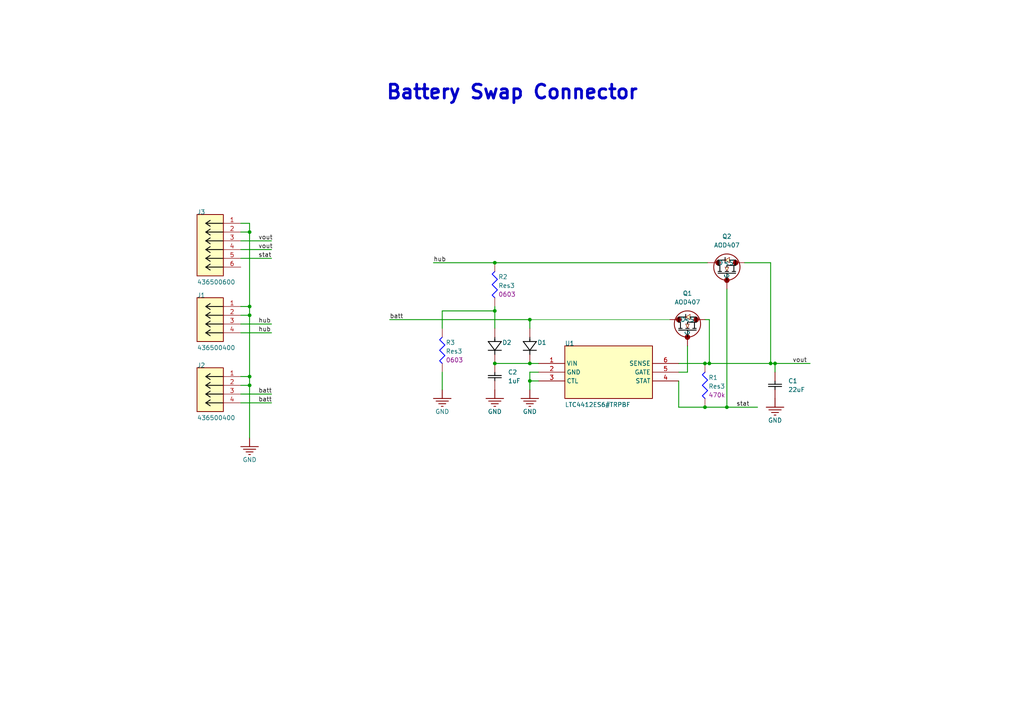
<source format=kicad_sch>
(kicad_sch (version 20230121) (generator eeschema)
  (paper "A4")
  (lib_symbols
    (symbol "batt_swap-altium-import:GND" (power)
      (property "Reference" "#PWR" (at 0 0 0))
      (property "Value" "GND" (at 0 6.35 0))
      (symbol "GND_0_0"
        (polyline (pts (xy -2.54 -2.54) (xy 2.54 -2.54)) (stroke (width 0.254)))
        (polyline (pts (xy -1.778 -3.302) (xy 1.778 -3.302)) (stroke (width 0.254)))
        (polyline (pts (xy -1.016 -4.064) (xy 1.016 -4.064)) (stroke (width 0.254)))
        (polyline (pts (xy -0.254 -4.826) (xy 0.254 -4.826)) (stroke (width 0.254)))
        (polyline (pts (xy 0 0) (xy 0 -2.54)) (stroke (width 0.254)))
        (pin power_in line (at 0 0 0) (length 0) hide (name "GND") (number ""))
      )
    )
    (symbol "batt_swap-altium-import:root_0_LTC4412ES6#TRPBF"
      (symbol "root_0_LTC4412ES6#TRPBF_1_0"
        (rectangle (start 33.02 5.08) (end 7.62 -10.16) (stroke (width 0.254)) (fill (type background)))
        (pin passive line (at 0 0 0) (length 7.62) (name "VIN") (number "1"))
        (pin passive line (at 0 -2.54 0) (length 7.62) (name "GND") (number "2"))
        (pin passive line (at 0 -5.08 0) (length 7.62) (name "CTL") (number "3"))
        (pin passive line (at 40.64 -5.08 180) (length 7.62) (name "STAT") (number "4"))
        (pin passive line (at 40.64 -2.54 180) (length 7.62) (name "GATE") (number "5"))
        (pin passive line (at 40.64 0 180) (length 7.62) (name "SENSE") (number "6"))
      )
    )
    (symbol "batt_swap-altium-import:root_0_mirrored_436500400"
      (symbol "root_0_mirrored_436500400_1_0"
        (rectangle (start -5.08 2.54) (end -12.7 -10.16) (stroke (width 0.254)) (fill (type background)))
        (polyline (pts (xy -10.16 -7.62) (xy -8.89 -8.467)) (stroke (width 0.254) (color 0 0 0 1)))
        (polyline (pts (xy -10.16 -7.62) (xy -8.89 -6.773)) (stroke (width 0.254) (color 0 0 0 1)))
        (polyline (pts (xy -10.16 -7.62) (xy -5.08 -7.62)) (stroke (width 0.254) (color 0 0 0 1)))
        (polyline (pts (xy -10.16 -5.08) (xy -8.89 -5.927)) (stroke (width 0.254) (color 0 0 0 1)))
        (polyline (pts (xy -10.16 -5.08) (xy -8.89 -4.233)) (stroke (width 0.254) (color 0 0 0 1)))
        (polyline (pts (xy -10.16 -5.08) (xy -5.08 -5.08)) (stroke (width 0.254) (color 0 0 0 1)))
        (polyline (pts (xy -10.16 -2.54) (xy -8.89 -3.387)) (stroke (width 0.254) (color 0 0 0 1)))
        (polyline (pts (xy -10.16 -2.54) (xy -8.89 -1.693)) (stroke (width 0.254) (color 0 0 0 1)))
        (polyline (pts (xy -10.16 -2.54) (xy -5.08 -2.54)) (stroke (width 0.254) (color 0 0 0 1)))
        (polyline (pts (xy -10.16 0) (xy -8.89 -0.847)) (stroke (width 0.254) (color 0 0 0 1)))
        (polyline (pts (xy -10.16 0) (xy -8.89 0.847)) (stroke (width 0.254) (color 0 0 0 1)))
        (polyline (pts (xy -10.16 0) (xy -5.08 0)) (stroke (width 0.254) (color 0 0 0 1)))
        (pin passive line (at 0 0 180) (length 5.08) (name "1") (number "1"))
        (pin passive line (at 0 -2.54 180) (length 5.08) (name "2") (number "2"))
        (pin passive line (at 0 -5.08 180) (length 5.08) (name "3") (number "3"))
        (pin passive line (at 0 -7.62 180) (length 5.08) (name "4") (number "4"))
      )
    )
    (symbol "batt_swap-altium-import:root_0_mirrored_436500600"
      (symbol "root_0_mirrored_436500600_1_0"
        (rectangle (start -5.08 2.54) (end -12.7 -15.24) (stroke (width 0.254)) (fill (type background)))
        (polyline (pts (xy -10.16 -12.7) (xy -8.89 -13.547)) (stroke (width 0.254) (color 0 0 0 1)))
        (polyline (pts (xy -10.16 -12.7) (xy -8.89 -11.853)) (stroke (width 0.254) (color 0 0 0 1)))
        (polyline (pts (xy -10.16 -12.7) (xy -5.08 -12.7)) (stroke (width 0.254) (color 0 0 0 1)))
        (polyline (pts (xy -10.16 -10.16) (xy -8.89 -11.007)) (stroke (width 0.254) (color 0 0 0 1)))
        (polyline (pts (xy -10.16 -10.16) (xy -8.89 -9.313)) (stroke (width 0.254) (color 0 0 0 1)))
        (polyline (pts (xy -10.16 -10.16) (xy -5.08 -10.16)) (stroke (width 0.254) (color 0 0 0 1)))
        (polyline (pts (xy -10.16 -7.62) (xy -8.89 -8.467)) (stroke (width 0.254) (color 0 0 0 1)))
        (polyline (pts (xy -10.16 -7.62) (xy -8.89 -6.773)) (stroke (width 0.254) (color 0 0 0 1)))
        (polyline (pts (xy -10.16 -7.62) (xy -5.08 -7.62)) (stroke (width 0.254) (color 0 0 0 1)))
        (polyline (pts (xy -10.16 -5.08) (xy -8.89 -5.927)) (stroke (width 0.254) (color 0 0 0 1)))
        (polyline (pts (xy -10.16 -5.08) (xy -8.89 -4.233)) (stroke (width 0.254) (color 0 0 0 1)))
        (polyline (pts (xy -10.16 -5.08) (xy -5.08 -5.08)) (stroke (width 0.254) (color 0 0 0 1)))
        (polyline (pts (xy -10.16 -2.54) (xy -8.89 -3.387)) (stroke (width 0.254) (color 0 0 0 1)))
        (polyline (pts (xy -10.16 -2.54) (xy -8.89 -1.693)) (stroke (width 0.254) (color 0 0 0 1)))
        (polyline (pts (xy -10.16 -2.54) (xy -5.08 -2.54)) (stroke (width 0.254) (color 0 0 0 1)))
        (polyline (pts (xy -10.16 0) (xy -8.89 -0.847)) (stroke (width 0.254) (color 0 0 0 1)))
        (polyline (pts (xy -10.16 0) (xy -8.89 0.847)) (stroke (width 0.254) (color 0 0 0 1)))
        (polyline (pts (xy -10.16 0) (xy -5.08 0)) (stroke (width 0.254) (color 0 0 0 1)))
        (pin passive line (at 0 0 180) (length 5.08) (name "1") (number "1"))
        (pin passive line (at 0 -2.54 180) (length 5.08) (name "2") (number "2"))
        (pin passive line (at 0 -5.08 180) (length 5.08) (name "3") (number "3"))
        (pin passive line (at 0 -7.62 180) (length 5.08) (name "4") (number "4"))
        (pin passive line (at 0 -10.16 180) (length 5.08) (name "5") (number "5"))
        (pin passive line (at 0 -12.7 180) (length 5.08) (name "6") (number "6"))
      )
    )
    (symbol "batt_swap-altium-import:root_1_AOD407"
      (property "Reference" "Q2" (at -3.81 10.16 0))
      (property "Value" "AOD407" (at -3.81 -3.048 0))
      (symbol "root_1_AOD407_1_0"
        (circle (center -2.54 7.62) (radius 0.025) (stroke (width 0.762)))
        (polyline (pts (xy -2.54 6.858) (xy -2.54 8.382)) (stroke (width 0.254) (color 0 0 0 1)))
        (polyline (pts (xy -2.032 5.08) (xy -2.032 6.858)) (stroke (width 0.254) (color 0 0 0 1)))
        (polyline (pts (xy -2.032 6.858) (xy -2.54 6.858)) (stroke (width 0.254) (color 0 0 0 1)))
        (polyline (pts (xy -1.524 5.08) (xy -2.54 5.08)) (stroke (width 0.254) (color 0 0 0 1)))
        (polyline (pts (xy -0.508 8.382) (xy -2.54 8.382)) (stroke (width 0.254) (color 0 0 0 1)))
        (polyline (pts (xy -0.508 9.144) (xy -0.508 7.62)) (stroke (width 0.254) (color 0 0 0 1)))
        (polyline (pts (xy 0 2.54) (xy 0 4.445)) (stroke (width 0.254) (color 0 0 0 1)))
        (polyline (pts (xy 0 6.35) (xy 0 6.858)) (stroke (width 0.254) (color 0 0 0 1)))
        (polyline (pts (xy 0.508 5.08) (xy -0.508 5.08)) (stroke (width 0.254) (color 0 0 0 1)))
        (polyline (pts (xy 2.032 5.08) (xy 2.032 6.858)) (stroke (width 0.254) (color 0 0 0 1)))
        (polyline (pts (xy 2.54 4.572) (xy -2.54 4.572)) (stroke (width 0.254) (color 0 0 0 1)))
        (polyline (pts (xy 2.54 5.08) (xy 1.524 5.08)) (stroke (width 0.254) (color 0 0 0 1)))
        (polyline (pts (xy 2.54 6.858) (xy 0 6.858)) (stroke (width 0.254) (color 0 0 0 1)))
        (polyline (pts (xy 2.54 6.858) (xy 2.54 8.382)) (stroke (width 0.254) (color 0 0 0 1)))
        (polyline (pts (xy 2.54 8.382) (xy 0.762 8.382)) (stroke (width 0.254) (color 0 0 0 1)))
        (polyline (pts (xy -0.508 6.35) (xy 0 5.08) (xy 0.508 6.35) (xy -0.508 6.35)) (fill (type background)))
        (polyline (pts (xy 0.762 9.144) (xy 0.762 7.62) (xy -0.508 8.382) (xy 0.762 9.144)) (fill (type background)))
        (circle (center 0 2.54) (radius 0.025) (stroke (width 0.762)))
        (circle (center 0 6.35) (radius 3.81) (stroke (width 0.254)))
        (circle (center 2.54 7.62) (radius 0.025) (stroke (width 0.762)))
        (pin passive line (at 0 0 90) (length 2.54) (name "G") (number "1"))
        (pin passive line (at 5.08 7.62 180) (length 2.54) (name "<S") (number "2"))
        (pin passive line (at -5.588 7.62 0) (length 2.54) (name "D") (number "3"))
      )
    )
    (symbol "batt_swap-altium-import:root_1_C2012JB1V226M125AC"
      (symbol "root_1_C2012JB1V226M125AC_1_0"
        (polyline (pts (xy 0 2.54) (xy 0 3.48)) (stroke (width 0.254) (color 0 0 0 1)))
        (polyline (pts (xy 0 4.115) (xy 0 5.08)) (stroke (width 0.254) (color 0 0 0 1)))
        (polyline (pts (xy 1.905 3.48) (xy -1.905 3.48)) (stroke (width 0.254) (color 0 0 0 1)))
        (polyline (pts (xy 1.905 4.115) (xy -1.905 4.115)) (stroke (width 0.254) (color 0 0 0 1)))
        (pin passive line (at 0 0 90) (length 2.54) (name "1") (number "1"))
        (pin passive line (at 0 7.62 270) (length 2.54) (name "2") (number "2"))
      )
    )
    (symbol "batt_swap-altium-import:root_1_CL21B105KBFNNNE"
      (symbol "root_1_CL21B105KBFNNNE_1_0"
        (polyline (pts (xy 0 2.54) (xy 0 3.48)) (stroke (width 0.254) (color 0 0 0 1)))
        (polyline (pts (xy 0 4.115) (xy 0 5.08)) (stroke (width 0.254) (color 0 0 0 1)))
        (polyline (pts (xy 1.905 3.48) (xy -1.905 3.48)) (stroke (width 0.254) (color 0 0 0 1)))
        (polyline (pts (xy 1.905 4.115) (xy -1.905 4.115)) (stroke (width 0.254) (color 0 0 0 1)))
        (pin passive line (at 0 0 90) (length 2.54) (name "1") (number "1"))
        (pin passive line (at 0 7.62 270) (length 2.54) (name "2") (number "2"))
      )
    )
    (symbol "batt_swap-altium-import:root_1_Res3"
      (symbol "root_1_Res3_1_0"
        (polyline (pts (xy 2.54 7.62) (xy 1.778 6.858) (xy 3.302 5.334) (xy 1.778 3.81) (xy 3.302 2.286) (xy 1.778 0.762) (xy 2.54 0)) (stroke (width 0.254) (color 0 0 255 1)))
        (pin passive line (at 2.54 -2.54 90) (length 2.54) (name "1") (number "1"))
        (pin passive line (at 2.54 10.16 270) (length 2.54) (name "2") (number "2"))
      )
    )
    (symbol "batt_swap-altium-import:root_3_SD103AWS-7-F"
      (symbol "root_3_SD103AWS-7-F_1_0"
        (polyline (pts (xy -1.905 -6.35) (xy 1.905 -6.35)) (stroke (width 0.254) (color 0 0 0 1)))
        (polyline (pts (xy -1.905 -3.81) (xy 0 -6.35)) (stroke (width 0.254) (color 0 0 0 1)))
        (polyline (pts (xy 0 -6.35) (xy 0 -7.62)) (stroke (width 0.254) (color 0 0 0 1)))
        (polyline (pts (xy 0 -6.35) (xy 1.905 -3.81)) (stroke (width 0.254) (color 0 0 0 1)))
        (polyline (pts (xy 0 -3.175) (xy 0 -3.81)) (stroke (width 0.254) (color 0 0 0 1)))
        (polyline (pts (xy 0 -2.54) (xy 0 -3.48)) (stroke (width 0.254) (color 0 0 0 1)))
        (polyline (pts (xy 1.905 -3.81) (xy -1.905 -3.81)) (stroke (width 0.254) (color 0 0 0 1)))
        (pin passive line (at 0 -10.16 90) (length 2.54) (name "1") (number "1"))
        (pin passive line (at 0 0 270) (length 2.54) (name "2") (number "2"))
      )
    )
    (symbol "root_1_AOD407_1"
      (property "Reference" "Q1" (at -3.81 10.16 0))
      (property "Value" "AOD407" (at -3.81 -3.048 0))
      (symbol "root_1_AOD407_1_1_0"
        (circle (center -2.54 7.62) (radius 0.025) (stroke (width 0.762)))
        (polyline (pts (xy -2.54 6.858) (xy -2.54 8.382)) (stroke (width 0.254) (color 0 0 0 1)))
        (polyline (pts (xy -2.032 5.08) (xy -2.032 6.858)) (stroke (width 0.254) (color 0 0 0 1)))
        (polyline (pts (xy -2.032 6.858) (xy -2.54 6.858)) (stroke (width 0.254) (color 0 0 0 1)))
        (polyline (pts (xy -1.524 5.08) (xy -2.54 5.08)) (stroke (width 0.254) (color 0 0 0 1)))
        (polyline (pts (xy -0.508 8.382) (xy -2.54 8.382)) (stroke (width 0.254) (color 0 0 0 1)))
        (polyline (pts (xy -0.508 9.144) (xy -0.508 7.62)) (stroke (width 0.254) (color 0 0 0 1)))
        (polyline (pts (xy 0 2.54) (xy 0 4.445)) (stroke (width 0.254) (color 0 0 0 1)))
        (polyline (pts (xy 0 6.35) (xy 0 6.858)) (stroke (width 0.254) (color 0 0 0 1)))
        (polyline (pts (xy 0.508 5.08) (xy -0.508 5.08)) (stroke (width 0.254) (color 0 0 0 1)))
        (polyline (pts (xy 2.032 5.08) (xy 2.032 6.858)) (stroke (width 0.254) (color 0 0 0 1)))
        (polyline (pts (xy 2.54 4.572) (xy -2.54 4.572)) (stroke (width 0.254) (color 0 0 0 1)))
        (polyline (pts (xy 2.54 5.08) (xy 1.524 5.08)) (stroke (width 0.254) (color 0 0 0 1)))
        (polyline (pts (xy 2.54 6.858) (xy 0 6.858)) (stroke (width 0.254) (color 0 0 0 1)))
        (polyline (pts (xy 2.54 6.858) (xy 2.54 8.382)) (stroke (width 0.254) (color 0 0 0 1)))
        (polyline (pts (xy 2.54 8.382) (xy 0.762 8.382)) (stroke (width 0.254) (color 0 0 0 1)))
        (polyline (pts (xy -0.508 6.35) (xy 0 5.08) (xy 0.508 6.35) (xy -0.508 6.35)) (fill (type background)))
        (polyline (pts (xy 0.762 9.144) (xy 0.762 7.62) (xy -0.508 8.382) (xy 0.762 9.144)) (fill (type background)))
        (circle (center 0 2.54) (radius 0.025) (stroke (width 0.762)))
        (circle (center 0 6.35) (radius 3.81) (stroke (width 0.254)))
        (circle (center 2.54 7.62) (radius 0.025) (stroke (width 0.762)))
        (pin passive line (at 0 0 90) (length 2.54) (name "G") (number "1"))
        (pin passive line (at 5.08 7.62 180) (length 2.54) (name "<S") (number "2"))
        (pin passive line (at -5.08 7.62 0) (length 2.54) (name "D") (number "3"))
      )
    )
  )
  (junction (at 143.51 90.17))
  (junction (at 205.74 105.41))
  (junction (at 72.39 91.44))
  (junction (at 143.51 105.41))
  (junction (at 72.39 111.76))
  (junction (at 143.51 76.2))
  (junction (at 223.52 105.41))
  (junction (at 153.67 92.71))
  (junction (at 204.47 105.41))
  (junction (at 72.39 67.31))
  (junction (at 72.39 109.22))
  (junction (at 153.67 110.49))
  (junction (at 204.47 118.11))
  (junction (at 210.82 118.11))
  (junction (at 153.67 105.41))
  (junction (at 224.79 105.41))
  (junction (at 72.39 88.9))
  (wire (pts (xy 210.82 118.11) (xy 219.71 118.11)) (stroke (width 0.254)))
  (wire (pts (xy 205.74 105.41) (xy 204.47 105.41)) (stroke (width 0.254)))
  (wire (pts (xy 143.51 90.17) (xy 143.51 95.25)) (stroke (width 0.254)))
  (wire (pts (xy 153.67 110.49) (xy 153.67 107.95)) (stroke (width 0.254)))
  (wire (pts (xy 224.79 105.41) (xy 234.95 105.41)) (stroke (width 0.254)))
  (wire (pts (xy 153.67 95.25) (xy 153.67 92.71)) (stroke (width 0.254)))
  (wire (pts (xy 153.67 92.71) (xy 113.03 92.71)) (stroke (width 0.254)))
  (wire (pts (xy 196.85 118.11) (xy 204.47 118.11)) (stroke (width 0.254)))
  (wire (pts (xy 143.51 76.2) (xy 205.232 76.2)) (stroke (width 0.254)))
  (wire (pts (xy 72.39 88.9) (xy 72.39 67.31)) (stroke (width 0.254)))
  (wire (pts (xy 153.67 113.03) (xy 153.67 110.49)) (stroke (width 0.254)))
  (wire (pts (xy 143.51 105.41) (xy 153.67 105.41)) (stroke (width 0.254)))
  (wire (pts (xy 196.85 107.95) (xy 199.39 107.95)) (stroke (width 0.254)))
  (wire (pts (xy 72.39 109.22) (xy 72.39 91.44)) (stroke (width 0.254)))
  (wire (pts (xy 223.52 76.2) (xy 223.52 105.41)) (stroke (width 0.254)))
  (wire (pts (xy 72.39 67.31) (xy 72.39 64.77)) (stroke (width 0.254)))
  (wire (pts (xy 204.47 105.41) (xy 196.85 105.41)) (stroke (width 0.254)))
  (wire (pts (xy 72.39 127) (xy 72.39 111.76)) (stroke (width 0.254)))
  (wire (pts (xy 156.21 110.49) (xy 153.67 110.49)) (stroke (width 0.254)))
  (wire (pts (xy 143.51 88.9) (xy 143.51 90.17)) (stroke (width 0.254)))
  (wire (pts (xy 199.39 107.95) (xy 199.39 100.33)) (stroke (width 0.254)))
  (wire (pts (xy 215.9 76.2) (xy 223.52 76.2)) (stroke (width 0.254)))
  (wire (pts (xy 69.85 88.9) (xy 72.39 88.9)) (stroke (width 0.254)))
  (wire (pts (xy 205.74 92.71) (xy 204.47 92.71)) (stroke (width 0.254)))
  (wire (pts (xy 223.52 105.41) (xy 224.79 105.41)) (stroke (width 0.254)))
  (wire (pts (xy 196.85 110.49) (xy 196.85 118.11)) (stroke (width 0.254)))
  (wire (pts (xy 153.67 105.41) (xy 156.21 105.41)) (stroke (width 0.254)))
  (wire (pts (xy 78.74 69.85) (xy 69.85 69.85)) (stroke (width 0.254)))
  (wire (pts (xy 128.27 95.25) (xy 128.27 90.17)) (stroke (width 0.254)))
  (wire (pts (xy 205.74 105.41) (xy 223.52 105.41)) (stroke (width 0.254)))
  (wire (pts (xy 69.85 109.22) (xy 72.39 109.22)) (stroke (width 0.254)))
  (wire (pts (xy 204.47 118.11) (xy 210.82 118.11)) (stroke (width 0.254)))
  (wire (pts (xy 78.74 72.39) (xy 69.85 72.39)) (stroke (width 0.254)))
  (wire (pts (xy 210.82 83.82) (xy 210.82 118.11)) (stroke (width 0.254)))
  (wire (pts (xy 72.39 111.76) (xy 72.39 109.22)) (stroke (width 0.254)))
  (wire (pts (xy 224.79 105.41) (xy 224.79 107.95)) (stroke (width 0.254)))
  (wire (pts (xy 69.85 111.76) (xy 72.39 111.76)) (stroke (width 0.254)))
  (wire (pts (xy 69.85 67.31) (xy 72.39 67.31)) (stroke (width 0.254)))
  (wire (pts (xy 125.73 76.2) (xy 143.51 76.2)) (stroke (width 0.254)))
  (wire (pts (xy 69.85 114.3) (xy 78.74 114.3)) (stroke (width 0.254)))
  (wire (pts (xy 128.27 90.17) (xy 143.51 90.17)) (stroke (width 0.254)))
  (wire (pts (xy 72.39 64.77) (xy 69.85 64.77)) (stroke (width 0.254)))
  (wire (pts (xy 153.67 107.95) (xy 156.21 107.95)) (stroke (width 0.254)))
  (wire (pts (xy 69.85 96.52) (xy 78.74 96.52)) (stroke (width 0.254)))
  (wire (pts (xy 69.85 93.98) (xy 78.74 93.98)) (stroke (width 0.254)))
  (wire (pts (xy 205.74 92.71) (xy 205.74 105.41)) (stroke (width 0.254)))
  (wire (pts (xy 69.85 91.44) (xy 72.39 91.44)) (stroke (width 0.254)))
  (wire (pts (xy 78.74 74.93) (xy 69.85 74.93)) (stroke (width 0.254)))
  (wire (pts (xy 72.39 91.44) (xy 72.39 88.9)) (stroke (width 0.254)))
  (wire (pts (xy 69.85 116.84) (xy 78.74 116.84)) (stroke (width 0.254)))
  (wire (pts (xy 153.67 92.71) (xy 194.31 92.71)))
  (wire (pts (xy 128.27 107.95) (xy 128.27 113.03)) (stroke (width 0.254)))
  (text "Battery Swap Connector" (at 111.76 29.21 0) (effects (font (size 4 4) (thickness 0.8) bold) (justify left bottom)))
  (label "batt" (at 74.93 116.84 180))
  (label "stat" (at 213.559 118.11 180))
  (label "vout" (at 74.93 69.85 180))
  (label "stat" (at 74.93 74.93 180))
  (label "batt" (at 113.03 92.71 180))
  (label "hub" (at 74.93 96.52 180))
  (label "vout" (at 74.93 72.39 180))
  (label "batt" (at 74.93 114.3 180))
  (label "vout" (at 229.87 105.41 180))
  (label "hub" (at 74.93 93.98 180))
  (label "hub" (at 125.73 76.2 180))
  (symbol (lib_id "batt_swap-altium-import:root_0_mirrored_436500400") (at 69.85 109.22 0) (unit 1)
    (property "Reference" "J2" (at 57.15 106.68 0) (effects (justify left bottom)))
    (property "Value" "436500400" (at 57.15 121.92 0) (effects (justify left bottom)))
    (property "Footprint" "C:_Users_mushe_Documents_GitHub_swarm_crawler_Minibot_V1_swarm_crawler_pcb.PcbLib_CON_436500400_MOL" (effects hide))
    (property "COPYRIGHT" "Copyright (C) 2023 Ultra Librarian. All rights reserved." (effects hide))
    (property "MFR_NAME" "Molex Connector Corporation" (effects hide))
    (property "MANUFACTURER_PART_NUMBER" "436500400" (effects hide))
    (property "REFDES" "RefDes" (effects hide))
    (property "TYPE" "DEV" (effects hide))
  )
  (symbol (lib_id "batt_swap-altium-import:root_1_Res3") (at 125.73 105.41 0) (unit 1)
    (property "Reference" "R3" (at 129.286 100.076 0) (effects (justify left bottom)))
    (property "Value" "Res3" (at 129.286 102.616 0) (effects (justify left bottom)))
    (property "Footprint" "J1-0603" (effects hide))
    (property "PUBLISHED" "8-Jun-2000" (effects hide))
    (property "LATESTREVISIONDATE" "29-May-2009" (effects hide))
    (property "LATESTREVISIONNOTE" "IPC-7351 Footprint Added." (effects hide))
    (property "PACKAGEREFERENCE" "J1-0603" (effects hide))
    (property "PUBLISHER" "Altium Limited" (effects hide))
    (property "PACKAGEDESCRIPTION" "Chip Resistor" (effects hide))
    (property "ALTIUM_VALUE" "0603" (at 129.286 105.156 0) (effects (justify left bottom)))
  )
  (symbol (lib_id "batt_swap-altium-import:GND") (at 224.79 115.57 0) (unit 1)
    (property "Reference" "#PWR?" (effects hide))
    (property "Value" "GND" (at 224.79 121.92 0))
  )
  (symbol (lib_id "batt_swap-altium-import:root_1_AOD407") (at 210.82 83.82 0) (unit 1)
    (property "Reference" "Q2" (at 210.82 68.58 0))
    (property "Value" "AOD407" (at 210.82 71.12 0))
    (property "Footprint" "TO252_AOS" (effects hide))
    (property "COPYRIGHT" "Copyright (C) 2023 Ultra Librarian. All rights reserved." (effects hide))
    (property "MFR_NAME" "Alpha and Omega Semiconductor" (effects hide))
    (property "MANUFACTURER_PART_NUMBER" "AOD256" (effects hide))
    (property "REFDES" "RefDes" (effects hide))
    (property "TYPE" "DEV" (effects hide))
  )
  (symbol (lib_id "batt_swap-altium-import:GND") (at 153.67 113.03 0) (unit 1)
    (property "Reference" "#PWR?" (effects hide))
    (property "Value" "GND" (at 153.67 119.38 0))
  )
  (symbol (lib_id "batt_swap-altium-import:root_0_LTC4412ES6#TRPBF") (at 156.21 105.41 0) (unit 1)
    (property "Reference" "U1" (at 163.83 100.33 0) (effects (justify left bottom)))
    (property "Value" "LTC4412ES6#TRPBF" (at 163.83 118.11 0) (effects (justify left bottom)))
    (property "Footprint" "LTC4412ES6#TRPBF_ADI" (effects hide))
    (property "MFR_NAME" "Analog Devices Inc" (effects hide))
    (property "REFDES" "RefDes" (effects hide))
    (property "TYPE" "Type" (effects hide))
  )
  (symbol (lib_id "batt_swap-altium-import:root_0_mirrored_436500600") (at 69.85 64.77 0) (unit 1)
    (property "Reference" "J3" (at 57.15 62.23 0) (effects (justify left bottom)))
    (property "Value" "436500600" (at 57.15 82.55 0) (effects (justify left bottom)))
    (property "Footprint" "C:_Users_mushe_Documents_GitHub_swarm_crawler_Minibot_V1_swarm_crawler_pcb.PcbLib_CON_436500600_MOL" (effects hide))
    (property "COPYRIGHT" "Copyright (C) 2023 Ultra Librarian. All rights reserved." (effects hide))
    (property "MFR_NAME" "Molex Connector Corporation" (effects hide))
    (property "MANUFACTURER_PART_NUMBER" "436500600" (effects hide))
    (property "REFDES" "RefDes" (effects hide))
    (property "TYPE" "DEV" (effects hide))
  )
  (symbol (lib_id "batt_swap-altium-import:root_1_Res3") (at 140.97 86.36 0) (unit 1)
    (property "Reference" "R2" (at 144.526 81.026 0) (effects (justify left bottom)))
    (property "Value" "Res3" (at 144.526 83.566 0) (effects (justify left bottom)))
    (property "Footprint" "J1-0603" (effects hide))
    (property "PUBLISHED" "8-Jun-2000" (effects hide))
    (property "LATESTREVISIONDATE" "29-May-2009" (effects hide))
    (property "LATESTREVISIONNOTE" "IPC-7351 Footprint Added." (effects hide))
    (property "PACKAGEREFERENCE" "J1-0603" (effects hide))
    (property "PUBLISHER" "Altium Limited" (effects hide))
    (property "PACKAGEDESCRIPTION" "Chip Resistor" (effects hide))
    (property "ALTIUM_VALUE" "0603" (at 144.526 86.106 0) (effects (justify left bottom)))
  )
  (symbol (lib_id "batt_swap-altium-import:root_1_Res3") (at 201.93 115.57 0) (unit 1)
    (property "Reference" "R1" (at 205.486 110.236 0) (effects (justify left bottom)))
    (property "Value" "Res3" (at 205.486 112.776 0) (effects (justify left bottom)))
    (property "Footprint" "J1-0603" (effects hide))
    (property "PUBLISHED" "8-Jun-2000" (effects hide))
    (property "LATESTREVISIONDATE" "29-May-2009" (effects hide))
    (property "LATESTREVISIONNOTE" "IPC-7351 Footprint Added." (effects hide))
    (property "PACKAGEREFERENCE" "J1-0603" (effects hide))
    (property "PUBLISHER" "Altium Limited" (effects hide))
    (property "PACKAGEDESCRIPTION" "Chip Resistor" (effects hide))
    (property "ALTIUM_VALUE" "470k" (at 205.486 115.316 0) (effects (justify left bottom)))
  )
  (symbol (lib_id "batt_swap-altium-import:root_1_C2012JB1V226M125AC") (at 224.79 115.57 0) (unit 1)
    (property "Reference" "C1" (at 228.6 110.49 0) (effects (justify left)))
    (property "Value" "22uF" (at 228.6 113.03 0) (effects (justify left)))
    (property "Footprint" "C:_Users_mushe_Documents_GitHub_swarm_crawler_Minibot_V1_swarm_crawler_pcb.PcbLib_CAP_2012_TDK" (effects hide))
    (property "Datasheet" "C2012JB1V226M125AC" (effects hide))
    (property "MFR_NAME" "TDK" (effects hide))
  )
  (symbol (lib_id "batt_swap-altium-import:root_3_SD103AWS-7-F") (at 153.67 95.25 0) (unit 1)
    (property "Reference" "D1" (at 155.829 100.076 0) (effects (justify left bottom)))
    (property "Value" "SD103AWS-7-F" (effects hide))
    (property "Footprint" "SOD323_DIO" (effects hide))
    (property "MFR_NAME" "Diodes Inc" (effects hide))
  )
  (symbol (lib_id "batt_swap-altium-import:root_1_CL21B105KBFNNNE") (at 143.51 113.03 0) (unit 1)
    (property "Reference" "C2" (at 147.32 107.95 0) (effects (justify left)))
    (property "Value" "1uF" (at 147.32 110.49 0) (effects (justify left)))
    (property "Footprint" "CAP_CL21_SAM" (effects hide))
    (property "Datasheet" "CL21B105KBFNNNE" (effects hide))
    (property "MFR_NAME" "Samsung" (effects hide))
  )
  (symbol (lib_name "root_1_AOD407_1") (lib_id "batt_swap-altium-import:root_1_AOD407") (at 199.39 100.33 0) (unit 1)
    (property "Reference" "Q1" (at 199.39 85.09 0))
    (property "Value" "AOD407" (at 199.39 87.63 0))
    (property "Footprint" "TO252_AOS" (effects hide))
    (property "COPYRIGHT" "Copyright (C) 2023 Ultra Librarian. All rights reserved." (effects hide))
    (property "MFR_NAME" "Alpha and Omega Semiconductor" (effects hide))
    (property "MANUFACTURER_PART_NUMBER" "AOD256" (effects hide))
    (property "REFDES" "RefDes" (effects hide))
    (property "TYPE" "DEV" (effects hide))
  )
  (symbol (lib_id "batt_swap-altium-import:GND") (at 143.51 113.03 0) (unit 1)
    (property "Reference" "#PWR?" (effects hide))
    (property "Value" "GND" (at 143.51 119.38 0))
  )
  (symbol (lib_id "batt_swap-altium-import:GND") (at 128.27 113.03 0) (unit 1)
    (property "Reference" "#PWR?" (effects hide))
    (property "Value" "GND" (at 128.27 119.38 0))
  )
  (symbol (lib_id "batt_swap-altium-import:root_0_mirrored_436500400") (at 69.85 88.9 0) (unit 1)
    (property "Reference" "J1" (at 57.15 86.36 0) (effects (justify left bottom)))
    (property "Value" "436500400" (at 57.15 101.6 0) (effects (justify left bottom)))
    (property "Footprint" "C:_Users_mushe_Documents_GitHub_swarm_crawler_Minibot_V1_swarm_crawler_pcb.PcbLib_CON_436500400_MOL" (effects hide))
    (property "COPYRIGHT" "Copyright (C) 2023 Ultra Librarian. All rights reserved." (effects hide))
    (property "MFR_NAME" "Molex Connector Corporation" (effects hide))
    (property "MANUFACTURER_PART_NUMBER" "436500400" (effects hide))
    (property "REFDES" "RefDes" (effects hide))
    (property "TYPE" "DEV" (effects hide))
  )
  (symbol (lib_id "batt_swap-altium-import:GND") (at 72.39 127 0) (unit 1)
    (property "Reference" "#PWR?" (effects hide))
    (property "Value" "GND" (at 72.39 133.35 0))
  )
  (symbol (lib_id "batt_swap-altium-import:root_3_SD103AWS-7-F") (at 143.51 95.25 0) (unit 1)
    (property "Reference" "D2" (at 145.669 100.076 0) (effects (justify left bottom)))
    (property "Value" "SD103AWS-7-F" (effects hide))
    (property "Footprint" "SOD323_DIO" (effects hide))
    (property "MFR_NAME" "Diodes Inc" (effects hide))
  )
)
</source>
